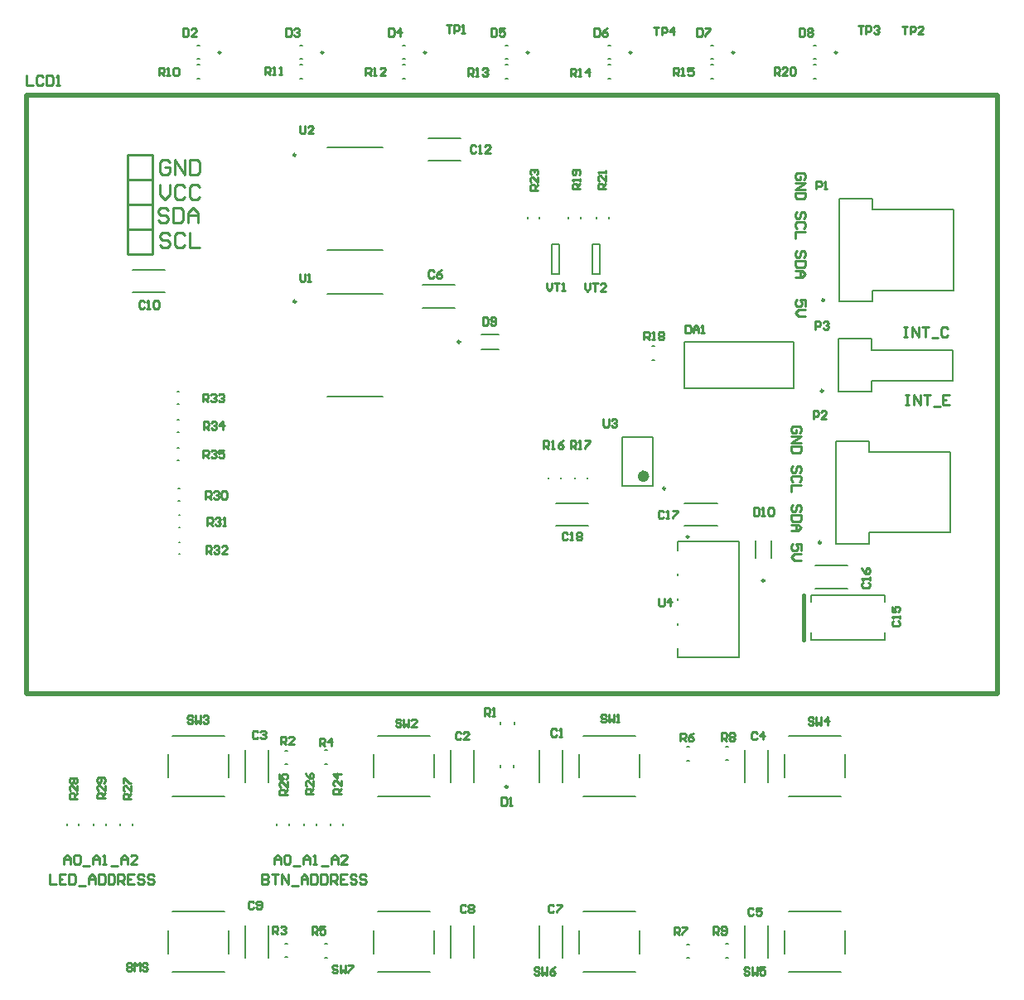
<source format=gbr>
%TF.GenerationSoftware,Altium Limited,Altium Designer,21.6.4 (81)*%
G04 Layer_Color=65535*
%FSLAX43Y43*%
%MOMM*%
%TF.SameCoordinates,6460C9BA-4ACB-47D4-91E6-0B69D92CFE26*%
%TF.FilePolarity,Positive*%
%TF.FileFunction,Legend,Top*%
%TF.Part,Single*%
G01*
G75*
%TA.AperFunction,NonConductor*%
%ADD41C,0.200*%
%ADD42C,0.254*%
%ADD44C,0.250*%
%ADD45C,0.600*%
%ADD46C,0.508*%
%ADD47C,0.400*%
D41*
X51175Y21875D02*
Y22125D01*
X49825Y21875D02*
Y22125D01*
X56800Y77977D02*
Y78123D01*
X58050Y77977D02*
Y78123D01*
X47950Y64575D02*
X49700D01*
X47950Y66175D02*
X49700D01*
X77525Y43275D02*
Y45025D01*
X75925Y43275D02*
Y45025D01*
X65375Y63550D02*
X65625D01*
X65375Y64950D02*
X65625D01*
X79825Y60595D02*
Y65395D01*
X68625Y60595D02*
X79825D01*
X68625D02*
Y65395D01*
X79825D01*
X87775Y64565D02*
X96050D01*
X87775Y61385D02*
X96050D01*
X87775Y64565D02*
Y65685D01*
Y60265D02*
Y61385D01*
X96050D02*
Y64565D01*
X84400Y60265D02*
X87775D01*
X84400D02*
Y65685D01*
X87775D01*
X87550Y54130D02*
X95825D01*
X87550Y45870D02*
X95825D01*
X87550Y54130D02*
Y55250D01*
Y44750D02*
Y45870D01*
X95825D02*
Y54130D01*
X84175Y44750D02*
X87550D01*
X84175D02*
Y55250D01*
X87550D01*
X87875Y78905D02*
X96150D01*
X87875Y70645D02*
X96150D01*
X87875Y78905D02*
Y80025D01*
Y69525D02*
Y70645D01*
X96150D02*
Y78905D01*
X84500Y69525D02*
X87875D01*
X84500D02*
Y80025D01*
X87875D01*
X59250Y72300D02*
Y75400D01*
X60050D01*
X59250Y72300D02*
X60050D01*
Y75400D01*
X16977Y43675D02*
X17123D01*
X16977Y44925D02*
X17123D01*
X16977Y46400D02*
X17122D01*
X16977Y47650D02*
X17122D01*
X16952Y49100D02*
X17098D01*
X16952Y50350D02*
X17098D01*
X16877Y60250D02*
X17023D01*
X16877Y59000D02*
X17023D01*
X16827Y54550D02*
X16973D01*
X16827Y53300D02*
X16973D01*
X16827Y57400D02*
X16973D01*
X16827Y56150D02*
X16973D01*
X65475Y50635D02*
Y55635D01*
X62275Y50635D02*
Y55635D01*
Y50635D02*
X65475D01*
X62275Y55635D02*
X65475D01*
X67975Y44965D02*
X74225D01*
X67975Y33115D02*
Y34080D01*
Y36380D02*
Y36620D01*
Y38920D02*
Y39160D01*
Y41460D02*
Y41700D01*
Y44000D02*
Y44965D01*
Y33115D02*
X74225D01*
Y44965D01*
X47178Y20347D02*
Y23653D01*
X44822Y20347D02*
Y23653D01*
X23822Y2347D02*
Y5653D01*
X26178Y2347D02*
Y5653D01*
X16350Y7100D02*
X21650D01*
X15900Y2800D02*
Y5200D01*
X22100Y2800D02*
Y5200D01*
X16350Y900D02*
X21650D01*
X26178Y20347D02*
Y23653D01*
X23822Y20347D02*
Y23653D01*
X31875Y22200D02*
X32125D01*
X31875Y23600D02*
X32125D01*
X27875Y23575D02*
X28125D01*
X27875Y22175D02*
X28125D01*
X56178Y20347D02*
Y23653D01*
X53822Y20347D02*
Y23653D01*
X27875Y3850D02*
X28125D01*
X27875Y2450D02*
X28125D01*
X31875Y2400D02*
X32125D01*
X31875Y3800D02*
X32125D01*
X44822Y2347D02*
Y5653D01*
X47178Y2347D02*
Y5653D01*
X53822Y2347D02*
Y5653D01*
X56178Y2347D02*
Y5653D01*
X77178Y20347D02*
Y23653D01*
X74822Y20347D02*
Y23653D01*
X72875Y22600D02*
X73125D01*
X72875Y24000D02*
X73125D01*
X68875Y23950D02*
X69125D01*
X68875Y22550D02*
X69125D01*
X74822Y2347D02*
Y5653D01*
X77178Y2347D02*
Y5653D01*
X72875Y2400D02*
X73125D01*
X72875Y3800D02*
X73125D01*
X68875Y3750D02*
X69125D01*
X68875Y2350D02*
X69125D01*
X55571Y46547D02*
X58877D01*
X55571Y48903D02*
X58877D01*
X68697D02*
X72003D01*
X68697Y46547D02*
X72003D01*
X49900Y26275D02*
Y26525D01*
X51300Y26275D02*
Y26525D01*
X82071Y42503D02*
X85377D01*
X82071Y40147D02*
X85377D01*
X57500Y51377D02*
Y51523D01*
X58750Y51377D02*
Y51523D01*
X54750Y51377D02*
Y51523D01*
X56000Y51377D02*
Y51523D01*
X89175Y34900D02*
Y35625D01*
X81575Y34900D02*
Y35625D01*
X89175Y38775D02*
Y39500D01*
X81575Y38775D02*
Y39500D01*
Y34900D02*
X89175D01*
X81575Y39500D02*
X89175D01*
X52625Y78027D02*
Y78173D01*
X53875Y78027D02*
Y78173D01*
X60925Y77977D02*
Y78123D01*
X59675Y77977D02*
Y78123D01*
X55075Y72300D02*
Y75400D01*
X55875D01*
X55075Y72300D02*
X55875D01*
Y75400D01*
X12297Y70422D02*
X15603D01*
X12297Y72778D02*
X15603D01*
X42497Y86228D02*
X45803D01*
X42497Y83872D02*
X45803D01*
X41872Y71203D02*
X45178D01*
X41872Y68847D02*
X45178D01*
X12250Y15927D02*
Y16073D01*
X11000Y15927D02*
Y16073D01*
X6800Y15927D02*
Y16073D01*
X5550Y15927D02*
Y16073D01*
X9525Y15927D02*
Y16073D01*
X8275Y15927D02*
Y16073D01*
X31025Y15927D02*
Y16073D01*
X29775Y15927D02*
Y16073D01*
X33750Y15927D02*
Y16073D01*
X32500Y15927D02*
Y16073D01*
X28275Y15927D02*
Y16073D01*
X27025Y15927D02*
Y16073D01*
X32175Y85250D02*
X37825D01*
X32175Y74750D02*
X37825D01*
X39875Y93700D02*
X40125D01*
X39875Y92300D02*
X40125D01*
X81875Y93700D02*
X82125D01*
X81875Y92300D02*
X82125D01*
X71375Y93700D02*
X71625D01*
X71375Y92300D02*
X71625D01*
X60875Y93700D02*
X61125D01*
X60875Y92300D02*
X61125D01*
X18875Y93700D02*
X19125D01*
X18875Y92300D02*
X19125D01*
X29375Y93700D02*
X29625D01*
X29375Y92300D02*
X29625D01*
X50375Y93700D02*
X50625D01*
X50375Y92300D02*
X50625D01*
X32175Y70250D02*
X37825D01*
X32175Y59750D02*
X37825D01*
X79350Y900D02*
X84650D01*
X85100Y2800D02*
Y5200D01*
X78900Y2800D02*
Y5200D01*
X79350Y7100D02*
X84650D01*
X37350Y900D02*
X42650D01*
X43100Y2800D02*
Y5200D01*
X36900Y2800D02*
Y5200D01*
X37350Y7100D02*
X42650D01*
X58350Y900D02*
X63650D01*
X64100Y2800D02*
Y5200D01*
X57900Y2800D02*
Y5200D01*
X58350Y7100D02*
X63650D01*
X79350Y25100D02*
X84650D01*
X78900Y20800D02*
Y23200D01*
X85100Y20800D02*
Y23200D01*
X79350Y18900D02*
X84650D01*
X58350Y25100D02*
X63650D01*
X57900Y20800D02*
Y23200D01*
X64100Y20800D02*
Y23200D01*
X58350Y18900D02*
X63650D01*
X37350Y25100D02*
X42650D01*
X36900Y20800D02*
Y23200D01*
X43100Y20800D02*
Y23200D01*
X37350Y18900D02*
X42650D01*
X16350Y25100D02*
X21650D01*
X15900Y20800D02*
Y23200D01*
X22100Y20800D02*
Y23200D01*
X16350Y18900D02*
X21650D01*
X39875Y95675D02*
X40125D01*
X39875Y94325D02*
X40125D01*
X18875Y95675D02*
X19125D01*
X18875Y94325D02*
X19125D01*
X81875Y95675D02*
X82125D01*
X81875Y94325D02*
X82125D01*
X50375Y95675D02*
X50625D01*
X50375Y94325D02*
X50625D01*
X60875Y95675D02*
X61125D01*
X60875Y94325D02*
X61125D01*
X29375Y95675D02*
X29625D01*
X29375Y94325D02*
X29625D01*
X71375Y95675D02*
X71625D01*
X71375Y94325D02*
X71625D01*
D42*
X11757Y79431D02*
Y81971D01*
X14297Y79431D02*
Y81971D01*
X11757D02*
X14297D01*
X11757Y79431D02*
X14297D01*
X11757Y81971D02*
Y84511D01*
X14297Y81971D02*
Y84511D01*
X11757D02*
X14297D01*
X11757Y81971D02*
X14297D01*
X11757Y74351D02*
Y76891D01*
X14297Y74351D02*
Y76891D01*
X11757D02*
X14297D01*
X11757Y74351D02*
X14297D01*
X11757Y76891D02*
Y79431D01*
X14297Y76891D02*
Y79431D01*
X11757D02*
X14297D01*
X11757Y76891D02*
X14297D01*
X15948Y78796D02*
X15694Y79050D01*
X15186D01*
X14932Y78796D01*
Y78542D01*
X15186Y78288D01*
X15694D01*
X15948Y78034D01*
Y77780D01*
X15694Y77526D01*
X15186D01*
X14932Y77780D01*
X16456Y79050D02*
Y77526D01*
X17217D01*
X17471Y77780D01*
Y78796D01*
X17217Y79050D01*
X16456D01*
X17979Y77526D02*
Y78542D01*
X18487Y79050D01*
X18995Y78542D01*
Y77526D01*
Y78288D01*
X17979D01*
X15059Y81463D02*
Y80447D01*
X15567Y79939D01*
X16075Y80447D01*
Y81463D01*
X17598Y81209D02*
X17344Y81463D01*
X16836D01*
X16583Y81209D01*
Y80193D01*
X16836Y79939D01*
X17344D01*
X17598Y80193D01*
X19122Y81209D02*
X18868Y81463D01*
X18360D01*
X18106Y81209D01*
Y80193D01*
X18360Y79939D01*
X18868D01*
X19122Y80193D01*
X16075Y83749D02*
X15821Y84003D01*
X15313D01*
X15059Y83749D01*
Y82733D01*
X15313Y82479D01*
X15821D01*
X16075Y82733D01*
Y83241D01*
X15567D01*
X16583Y82479D02*
Y84003D01*
X17598Y82479D01*
Y84003D01*
X18106D02*
Y82479D01*
X18868D01*
X19122Y82733D01*
Y83749D01*
X18868Y84003D01*
X18106D01*
X16075Y76256D02*
X15821Y76510D01*
X15313D01*
X15059Y76256D01*
Y76002D01*
X15313Y75748D01*
X15821D01*
X16075Y75494D01*
Y75240D01*
X15821Y74986D01*
X15313D01*
X15059Y75240D01*
X17598Y76256D02*
X17344Y76510D01*
X16836D01*
X16583Y76256D01*
Y75240D01*
X16836Y74986D01*
X17344D01*
X17598Y75240D01*
X18106Y76510D02*
Y74986D01*
X19122D01*
X91104Y66920D02*
X91437D01*
X91271D01*
Y65921D01*
X91104D01*
X91437D01*
X91937D02*
Y66920D01*
X92604Y65921D01*
Y66920D01*
X92937D02*
X93603D01*
X93270D01*
Y65921D01*
X93936Y65754D02*
X94603D01*
X95603Y66754D02*
X95436Y66920D01*
X95103D01*
X94936Y66754D01*
Y66087D01*
X95103Y65921D01*
X95436D01*
X95603Y66087D01*
X91279Y59970D02*
X91612D01*
X91446D01*
Y58971D01*
X91279D01*
X91612D01*
X92112D02*
Y59970D01*
X92779Y58971D01*
Y59970D01*
X93112D02*
X93778D01*
X93445D01*
Y58971D01*
X94111Y58804D02*
X94778D01*
X95778Y59970D02*
X95111D01*
Y58971D01*
X95778D01*
X95111Y59470D02*
X95444D01*
X80837Y81980D02*
X81004Y82146D01*
Y82479D01*
X80837Y82646D01*
X80171D01*
X80004Y82479D01*
Y82146D01*
X80171Y81980D01*
X80504D01*
Y82313D01*
X80004Y81646D02*
X81004D01*
X80004Y80980D01*
X81004D01*
Y80647D02*
X80004D01*
Y80147D01*
X80171Y79980D01*
X80837D01*
X81004Y80147D01*
Y80647D01*
X80837Y77981D02*
X81004Y78147D01*
Y78481D01*
X80837Y78647D01*
X80670D01*
X80504Y78481D01*
Y78147D01*
X80337Y77981D01*
X80171D01*
X80004Y78147D01*
Y78481D01*
X80171Y78647D01*
X80837Y76981D02*
X81004Y77148D01*
Y77481D01*
X80837Y77648D01*
X80171D01*
X80004Y77481D01*
Y77148D01*
X80171Y76981D01*
X81004Y76648D02*
X80004D01*
Y75981D01*
X80837Y73982D02*
X81004Y74149D01*
Y74482D01*
X80837Y74649D01*
X80670D01*
X80504Y74482D01*
Y74149D01*
X80337Y73982D01*
X80171D01*
X80004Y74149D01*
Y74482D01*
X80171Y74649D01*
X81004Y73649D02*
X80004D01*
Y73149D01*
X80171Y72982D01*
X80837D01*
X81004Y73149D01*
Y73649D01*
X80004Y72649D02*
X80670D01*
X81004Y72316D01*
X80670Y71983D01*
X80004D01*
X80504D01*
Y72649D01*
X81004Y68984D02*
Y69650D01*
X80504D01*
X80670Y69317D01*
Y69150D01*
X80504Y68984D01*
X80171D01*
X80004Y69150D01*
Y69484D01*
X80171Y69650D01*
X81004Y68651D02*
X80337D01*
X80004Y68317D01*
X80337Y67984D01*
X81004D01*
X80437Y56030D02*
X80604Y56196D01*
Y56529D01*
X80437Y56696D01*
X79771D01*
X79604Y56529D01*
Y56196D01*
X79771Y56030D01*
X80104D01*
Y56363D01*
X79604Y55696D02*
X80604D01*
X79604Y55030D01*
X80604D01*
Y54697D02*
X79604D01*
Y54197D01*
X79771Y54030D01*
X80437D01*
X80604Y54197D01*
Y54697D01*
X80437Y52031D02*
X80604Y52197D01*
Y52531D01*
X80437Y52697D01*
X80270D01*
X80104Y52531D01*
Y52197D01*
X79937Y52031D01*
X79771D01*
X79604Y52197D01*
Y52531D01*
X79771Y52697D01*
X80437Y51031D02*
X80604Y51198D01*
Y51531D01*
X80437Y51698D01*
X79771D01*
X79604Y51531D01*
Y51198D01*
X79771Y51031D01*
X80604Y50698D02*
X79604D01*
Y50031D01*
X80437Y48032D02*
X80604Y48199D01*
Y48532D01*
X80437Y48699D01*
X80270D01*
X80104Y48532D01*
Y48199D01*
X79937Y48032D01*
X79771D01*
X79604Y48199D01*
Y48532D01*
X79771Y48699D01*
X80604Y47699D02*
X79604D01*
Y47199D01*
X79771Y47032D01*
X80437D01*
X80604Y47199D01*
Y47699D01*
X79604Y46699D02*
X80270D01*
X80604Y46366D01*
X80270Y46033D01*
X79604D01*
X80104D01*
Y46699D01*
X80604Y44033D02*
Y44700D01*
X80104D01*
X80270Y44367D01*
Y44200D01*
X80104Y44033D01*
X79771D01*
X79604Y44200D01*
Y44533D01*
X79771Y44700D01*
X80604Y43700D02*
X79937D01*
X79604Y43367D01*
X79937Y43034D01*
X80604D01*
X5229Y11921D02*
Y12587D01*
X5562Y12920D01*
X5895Y12587D01*
Y11921D01*
Y12420D01*
X5229D01*
X6229Y12754D02*
X6395Y12920D01*
X6729D01*
X6895Y12754D01*
Y12087D01*
X6729Y11921D01*
X6395D01*
X6229Y12087D01*
Y12754D01*
X7228Y11754D02*
X7895D01*
X8228Y11921D02*
Y12587D01*
X8561Y12920D01*
X8894Y12587D01*
Y11921D01*
Y12420D01*
X8228D01*
X9228Y11921D02*
X9561D01*
X9394D01*
Y12920D01*
X9228Y12754D01*
X10061Y11754D02*
X10727D01*
X11060Y11921D02*
Y12587D01*
X11394Y12920D01*
X11727Y12587D01*
Y11921D01*
Y12420D01*
X11060D01*
X12727Y11921D02*
X12060D01*
X12727Y12587D01*
Y12754D01*
X12560Y12920D01*
X12227D01*
X12060Y12754D01*
X3779Y10920D02*
Y9921D01*
X4445D01*
X5445Y10920D02*
X4779D01*
Y9921D01*
X5445D01*
X4779Y10420D02*
X5112D01*
X5778Y10920D02*
Y9921D01*
X6278D01*
X6445Y10087D01*
Y10754D01*
X6278Y10920D01*
X5778D01*
X6778Y9754D02*
X7444D01*
X7778Y9921D02*
Y10587D01*
X8111Y10920D01*
X8444Y10587D01*
Y9921D01*
Y10420D01*
X7778D01*
X8777Y10920D02*
Y9921D01*
X9277D01*
X9444Y10087D01*
Y10754D01*
X9277Y10920D01*
X8777D01*
X9777D02*
Y9921D01*
X10277D01*
X10444Y10087D01*
Y10754D01*
X10277Y10920D01*
X9777D01*
X10777Y9921D02*
Y10920D01*
X11277D01*
X11443Y10754D01*
Y10420D01*
X11277Y10254D01*
X10777D01*
X11110D02*
X11443Y9921D01*
X12443Y10920D02*
X11776D01*
Y9921D01*
X12443D01*
X11776Y10420D02*
X12110D01*
X13443Y10754D02*
X13276Y10920D01*
X12943D01*
X12776Y10754D01*
Y10587D01*
X12943Y10420D01*
X13276D01*
X13443Y10254D01*
Y10087D01*
X13276Y9921D01*
X12943D01*
X12776Y10087D01*
X14442Y10754D02*
X14276Y10920D01*
X13942D01*
X13776Y10754D01*
Y10587D01*
X13942Y10420D01*
X14276D01*
X14442Y10254D01*
Y10087D01*
X14276Y9921D01*
X13942D01*
X13776Y10087D01*
X25504Y10920D02*
Y9921D01*
X26004D01*
X26170Y10087D01*
Y10254D01*
X26004Y10420D01*
X25504D01*
X26004D01*
X26170Y10587D01*
Y10754D01*
X26004Y10920D01*
X25504D01*
X26504D02*
X27170D01*
X26837D01*
Y9921D01*
X27503D02*
Y10920D01*
X28170Y9921D01*
Y10920D01*
X28503Y9754D02*
X29169D01*
X29503Y9921D02*
Y10587D01*
X29836Y10920D01*
X30169Y10587D01*
Y9921D01*
Y10420D01*
X29503D01*
X30502Y10920D02*
Y9921D01*
X31002D01*
X31169Y10087D01*
Y10754D01*
X31002Y10920D01*
X30502D01*
X31502D02*
Y9921D01*
X32002D01*
X32169Y10087D01*
Y10754D01*
X32002Y10920D01*
X31502D01*
X32502Y9921D02*
Y10920D01*
X33002D01*
X33168Y10754D01*
Y10420D01*
X33002Y10254D01*
X32502D01*
X32835D02*
X33168Y9921D01*
X34168Y10920D02*
X33501D01*
Y9921D01*
X34168D01*
X33501Y10420D02*
X33835D01*
X35168Y10754D02*
X35001Y10920D01*
X34668D01*
X34501Y10754D01*
Y10587D01*
X34668Y10420D01*
X35001D01*
X35168Y10254D01*
Y10087D01*
X35001Y9921D01*
X34668D01*
X34501Y10087D01*
X36167Y10754D02*
X36001Y10920D01*
X35667D01*
X35501Y10754D01*
Y10587D01*
X35667Y10420D01*
X36001D01*
X36167Y10254D01*
Y10087D01*
X36001Y9921D01*
X35667D01*
X35501Y10087D01*
X26729Y11921D02*
Y12587D01*
X27062Y12920D01*
X27395Y12587D01*
Y11921D01*
Y12420D01*
X26729D01*
X27729Y12754D02*
X27895Y12920D01*
X28229D01*
X28395Y12754D01*
Y12087D01*
X28229Y11921D01*
X27895D01*
X27729Y12087D01*
Y12754D01*
X28728Y11754D02*
X29395D01*
X29728Y11921D02*
Y12587D01*
X30061Y12920D01*
X30394Y12587D01*
Y11921D01*
Y12420D01*
X29728D01*
X30728Y11921D02*
X31061D01*
X30894D01*
Y12920D01*
X30728Y12754D01*
X31561Y11754D02*
X32227D01*
X32560Y11921D02*
Y12587D01*
X32894Y12920D01*
X33227Y12587D01*
Y11921D01*
Y12420D01*
X32560D01*
X34227Y11921D02*
X33560D01*
X34227Y12587D01*
Y12754D01*
X34060Y12920D01*
X33727D01*
X33560Y12754D01*
X65532Y97548D02*
X66065D01*
X65799D01*
Y96749D01*
X66332D02*
Y97548D01*
X66732D01*
X66865Y97415D01*
Y97148D01*
X66732Y97015D01*
X66332D01*
X67531Y96749D02*
Y97548D01*
X67131Y97148D01*
X67665D01*
X58000Y81000D02*
X57200D01*
Y81400D01*
X57333Y81533D01*
X57600D01*
X57733Y81400D01*
Y81000D01*
Y81267D02*
X58000Y81533D01*
Y81800D02*
Y82067D01*
Y81933D01*
X57200D01*
X57333Y81800D01*
X57867Y82467D02*
X58000Y82600D01*
Y82866D01*
X57867Y83000D01*
X57333D01*
X57200Y82866D01*
Y82600D01*
X57333Y82467D01*
X57467D01*
X57600Y82600D01*
Y83000D01*
X75768Y48399D02*
Y47600D01*
X76168D01*
X76301Y47733D01*
Y48266D01*
X76168Y48399D01*
X75768D01*
X76568Y47600D02*
X76835D01*
X76701D01*
Y48399D01*
X76568Y48266D01*
X77234D02*
X77368Y48399D01*
X77634D01*
X77768Y48266D01*
Y47733D01*
X77634Y47600D01*
X77368D01*
X77234Y47733D01*
Y48266D01*
X48059Y67900D02*
Y67100D01*
X48458D01*
X48592Y67233D01*
Y67767D01*
X48458Y67900D01*
X48059D01*
X48858Y67233D02*
X48992Y67100D01*
X49258D01*
X49391Y67233D01*
Y67767D01*
X49258Y67900D01*
X48992D01*
X48858Y67767D01*
Y67633D01*
X48992Y67500D01*
X49391D01*
X1473Y92617D02*
Y91618D01*
X2140D01*
X3139Y92451D02*
X2973Y92617D01*
X2639D01*
X2473Y92451D01*
Y91784D01*
X2639Y91618D01*
X2973D01*
X3139Y91784D01*
X3473Y92617D02*
Y91618D01*
X3972D01*
X4139Y91784D01*
Y92451D01*
X3972Y92617D01*
X3473D01*
X4472Y91618D02*
X4805D01*
X4639D01*
Y92617D01*
X4472Y92451D01*
X82042Y66675D02*
Y67475D01*
X82442D01*
X82575Y67341D01*
Y67075D01*
X82442Y66942D01*
X82042D01*
X82842Y67341D02*
X82975Y67475D01*
X83242D01*
X83375Y67341D01*
Y67208D01*
X83242Y67075D01*
X83108D01*
X83242D01*
X83375Y66942D01*
Y66808D01*
X83242Y66675D01*
X82975D01*
X82842Y66808D01*
X68783Y67068D02*
Y66269D01*
X69183D01*
X69316Y66402D01*
Y66935D01*
X69183Y67068D01*
X68783D01*
X69583Y66269D02*
Y66802D01*
X69850Y67068D01*
X70116Y66802D01*
Y66269D01*
Y66668D01*
X69583D01*
X70383Y66269D02*
X70649D01*
X70516D01*
Y67068D01*
X70383Y66935D01*
X19484Y53500D02*
Y54300D01*
X19884D01*
X20017Y54167D01*
Y53900D01*
X19884Y53767D01*
X19484D01*
X19750D02*
X20017Y53500D01*
X20283Y54167D02*
X20417Y54300D01*
X20683D01*
X20817Y54167D01*
Y54033D01*
X20683Y53900D01*
X20550D01*
X20683D01*
X20817Y53767D01*
Y53633D01*
X20683Y53500D01*
X20417D01*
X20283Y53633D01*
X21616Y54300D02*
X21083D01*
Y53900D01*
X21350Y54033D01*
X21483D01*
X21616Y53900D01*
Y53633D01*
X21483Y53500D01*
X21216D01*
X21083Y53633D01*
X19509Y56425D02*
Y57225D01*
X19909D01*
X20042Y57092D01*
Y56825D01*
X19909Y56692D01*
X19509D01*
X19775D02*
X20042Y56425D01*
X20308Y57092D02*
X20442Y57225D01*
X20708D01*
X20842Y57092D01*
Y56958D01*
X20708Y56825D01*
X20575D01*
X20708D01*
X20842Y56692D01*
Y56558D01*
X20708Y56425D01*
X20442D01*
X20308Y56558D01*
X21508Y56425D02*
Y57225D01*
X21108Y56825D01*
X21641D01*
X19459Y59250D02*
Y60050D01*
X19859D01*
X19992Y59917D01*
Y59650D01*
X19859Y59517D01*
X19459D01*
X19725D02*
X19992Y59250D01*
X20258Y59917D02*
X20392Y60050D01*
X20658D01*
X20792Y59917D01*
Y59783D01*
X20658Y59650D01*
X20525D01*
X20658D01*
X20792Y59517D01*
Y59383D01*
X20658Y59250D01*
X20392D01*
X20258Y59383D01*
X21058Y59917D02*
X21191Y60050D01*
X21458D01*
X21591Y59917D01*
Y59783D01*
X21458Y59650D01*
X21325D01*
X21458D01*
X21591Y59517D01*
Y59383D01*
X21458Y59250D01*
X21191D01*
X21058Y59383D01*
X19784Y43725D02*
Y44525D01*
X20184D01*
X20317Y44392D01*
Y44125D01*
X20184Y43992D01*
X19784D01*
X20050D02*
X20317Y43725D01*
X20583Y44392D02*
X20717Y44525D01*
X20983D01*
X21117Y44392D01*
Y44258D01*
X20983Y44125D01*
X20850D01*
X20983D01*
X21117Y43992D01*
Y43858D01*
X20983Y43725D01*
X20717D01*
X20583Y43858D01*
X21916Y43725D02*
X21383D01*
X21916Y44258D01*
Y44392D01*
X21783Y44525D01*
X21516D01*
X21383Y44392D01*
X19917Y46600D02*
Y47400D01*
X20317D01*
X20450Y47267D01*
Y47000D01*
X20317Y46867D01*
X19917D01*
X20184D02*
X20450Y46600D01*
X20717Y47267D02*
X20850Y47400D01*
X21117D01*
X21250Y47267D01*
Y47133D01*
X21117Y47000D01*
X20983D01*
X21117D01*
X21250Y46867D01*
Y46733D01*
X21117Y46600D01*
X20850D01*
X20717Y46733D01*
X21516Y46600D02*
X21783D01*
X21650D01*
Y47400D01*
X21516Y47267D01*
X19759Y49300D02*
Y50100D01*
X20159D01*
X20292Y49967D01*
Y49700D01*
X20159Y49567D01*
X19759D01*
X20025D02*
X20292Y49300D01*
X20558Y49967D02*
X20692Y50100D01*
X20958D01*
X21092Y49967D01*
Y49833D01*
X20958Y49700D01*
X20825D01*
X20958D01*
X21092Y49567D01*
Y49433D01*
X20958Y49300D01*
X20692D01*
X20558Y49433D01*
X21358Y49967D02*
X21491Y50100D01*
X21758D01*
X21891Y49967D01*
Y49433D01*
X21758Y49300D01*
X21491D01*
X21358Y49433D01*
Y49967D01*
X66059Y39150D02*
Y38483D01*
X66192Y38350D01*
X66458D01*
X66592Y38483D01*
Y39150D01*
X67258Y38350D02*
Y39150D01*
X66858Y38750D01*
X67391D01*
X56708Y45767D02*
X56575Y45900D01*
X56309D01*
X56175Y45767D01*
Y45233D01*
X56309Y45100D01*
X56575D01*
X56708Y45233D01*
X56975Y45100D02*
X57242D01*
X57108D01*
Y45900D01*
X56975Y45767D01*
X57642D02*
X57775Y45900D01*
X58041D01*
X58175Y45767D01*
Y45633D01*
X58041Y45500D01*
X58175Y45367D01*
Y45233D01*
X58041Y45100D01*
X57775D01*
X57642Y45233D01*
Y45367D01*
X57775Y45500D01*
X57642Y45633D01*
Y45767D01*
X57775Y45500D02*
X58041D01*
X66534Y47992D02*
X66401Y48125D01*
X66134D01*
X66001Y47992D01*
Y47458D01*
X66134Y47325D01*
X66401D01*
X66534Y47458D01*
X66801Y47325D02*
X67067D01*
X66934D01*
Y48125D01*
X66801Y47992D01*
X67467Y48125D02*
X68000D01*
Y47992D01*
X67467Y47458D01*
Y47325D01*
X9450Y18683D02*
X8650D01*
Y19083D01*
X8783Y19216D01*
X9050D01*
X9183Y19083D01*
Y18683D01*
Y18949D02*
X9450Y19216D01*
Y20016D02*
Y19482D01*
X8917Y20016D01*
X8783D01*
X8650Y19882D01*
Y19616D01*
X8783Y19482D01*
X9317Y20282D02*
X9450Y20415D01*
Y20682D01*
X9317Y20815D01*
X8783D01*
X8650Y20682D01*
Y20415D01*
X8783Y20282D01*
X8917D01*
X9050Y20415D01*
Y20815D01*
X6625Y18659D02*
X5825D01*
Y19059D01*
X5958Y19192D01*
X6225D01*
X6358Y19059D01*
Y18659D01*
Y18925D02*
X6625Y19192D01*
Y19992D02*
Y19458D01*
X6092Y19992D01*
X5958D01*
X5825Y19858D01*
Y19592D01*
X5958Y19458D01*
Y20258D02*
X5825Y20391D01*
Y20658D01*
X5958Y20791D01*
X6092D01*
X6225Y20658D01*
X6358Y20791D01*
X6492D01*
X6625Y20658D01*
Y20391D01*
X6492Y20258D01*
X6358D01*
X6225Y20391D01*
X6092Y20258D01*
X5958D01*
X6225Y20391D02*
Y20658D01*
X12100Y18634D02*
X11300D01*
Y19034D01*
X11433Y19167D01*
X11700D01*
X11833Y19034D01*
Y18634D01*
Y18900D02*
X12100Y19167D01*
Y19967D02*
Y19433D01*
X11567Y19967D01*
X11433D01*
X11300Y19833D01*
Y19567D01*
X11433Y19433D01*
X11300Y20233D02*
Y20766D01*
X11433D01*
X11967Y20233D01*
X12100D01*
X30750Y19134D02*
X29950D01*
Y19534D01*
X30083Y19667D01*
X30350D01*
X30483Y19534D01*
Y19134D01*
Y19400D02*
X30750Y19667D01*
Y20467D02*
Y19933D01*
X30217Y20467D01*
X30083D01*
X29950Y20333D01*
Y20067D01*
X30083Y19933D01*
X29950Y21266D02*
X30083Y21000D01*
X30350Y20733D01*
X30617D01*
X30750Y20866D01*
Y21133D01*
X30617Y21266D01*
X30483D01*
X30350Y21133D01*
Y20733D01*
X28075Y19059D02*
X27275D01*
Y19459D01*
X27408Y19592D01*
X27675D01*
X27808Y19459D01*
Y19059D01*
Y19325D02*
X28075Y19592D01*
Y20392D02*
Y19858D01*
X27542Y20392D01*
X27408D01*
X27275Y20258D01*
Y19992D01*
X27408Y19858D01*
X27275Y21191D02*
Y20658D01*
X27675D01*
X27542Y20925D01*
Y21058D01*
X27675Y21191D01*
X27942D01*
X28075Y21058D01*
Y20791D01*
X27942Y20658D01*
X33600Y19159D02*
X32800D01*
Y19559D01*
X32933Y19692D01*
X33200D01*
X33333Y19559D01*
Y19159D01*
Y19425D02*
X33600Y19692D01*
Y20492D02*
Y19958D01*
X33067Y20492D01*
X32933D01*
X32800Y20358D01*
Y20092D01*
X32933Y19958D01*
X33600Y21158D02*
X32800D01*
X33200Y20758D01*
Y21291D01*
X58484Y71375D02*
Y70842D01*
X58750Y70575D01*
X59017Y70842D01*
Y71375D01*
X59283D02*
X59817D01*
X59550D01*
Y70575D01*
X60616D02*
X60083D01*
X60616Y71108D01*
Y71242D01*
X60483Y71375D01*
X60216D01*
X60083Y71242D01*
X60401Y57467D02*
Y56801D01*
X60534Y56667D01*
X60801D01*
X60934Y56801D01*
Y57467D01*
X61201Y57334D02*
X61334Y57467D01*
X61601D01*
X61734Y57334D01*
Y57201D01*
X61601Y57067D01*
X61468D01*
X61601D01*
X61734Y56934D01*
Y56801D01*
X61601Y56667D01*
X61334D01*
X61201Y56801D01*
X29384Y87475D02*
Y86808D01*
X29517Y86675D01*
X29783D01*
X29917Y86808D01*
Y87475D01*
X30716Y86675D02*
X30183D01*
X30716Y87208D01*
Y87342D01*
X30583Y87475D01*
X30317D01*
X30183Y87342D01*
X29367Y72350D02*
Y71683D01*
X29500Y71550D01*
X29767D01*
X29900Y71683D01*
Y72350D01*
X30167Y71550D02*
X30433D01*
X30300D01*
Y72350D01*
X30167Y72217D01*
X77859Y92650D02*
Y93450D01*
X78259D01*
X78392Y93317D01*
Y93050D01*
X78259Y92917D01*
X77859D01*
X78125D02*
X78392Y92650D01*
X79192D02*
X78658D01*
X79192Y93183D01*
Y93317D01*
X79058Y93450D01*
X78792D01*
X78658Y93317D01*
X79458D02*
X79591Y93450D01*
X79858D01*
X79991Y93317D01*
Y92783D01*
X79858Y92650D01*
X79591D01*
X79458Y92783D01*
Y93317D01*
X67550Y92625D02*
Y93425D01*
X67950D01*
X68083Y93292D01*
Y93025D01*
X67950Y92892D01*
X67550D01*
X67817D02*
X68083Y92625D01*
X68350D02*
X68617D01*
X68483D01*
Y93425D01*
X68350Y93292D01*
X69550Y93425D02*
X69017D01*
Y93025D01*
X69283Y93158D01*
X69416D01*
X69550Y93025D01*
Y92758D01*
X69416Y92625D01*
X69150D01*
X69017Y92758D01*
X57025Y92550D02*
Y93350D01*
X57425D01*
X57558Y93217D01*
Y92950D01*
X57425Y92817D01*
X57025D01*
X57292D02*
X57558Y92550D01*
X57825D02*
X58092D01*
X57958D01*
Y93350D01*
X57825Y93217D01*
X58891Y92550D02*
Y93350D01*
X58492Y92950D01*
X59025D01*
X46550Y92575D02*
Y93375D01*
X46950D01*
X47083Y93242D01*
Y92975D01*
X46950Y92842D01*
X46550D01*
X46817D02*
X47083Y92575D01*
X47350D02*
X47617D01*
X47483D01*
Y93375D01*
X47350Y93242D01*
X48017D02*
X48150Y93375D01*
X48416D01*
X48550Y93242D01*
Y93108D01*
X48416Y92975D01*
X48283D01*
X48416D01*
X48550Y92842D01*
Y92708D01*
X48416Y92575D01*
X48150D01*
X48017Y92708D01*
X36100Y92625D02*
Y93425D01*
X36500D01*
X36633Y93292D01*
Y93025D01*
X36500Y92892D01*
X36100D01*
X36367D02*
X36633Y92625D01*
X36900D02*
X37167D01*
X37033D01*
Y93425D01*
X36900Y93292D01*
X38100Y92625D02*
X37567D01*
X38100Y93158D01*
Y93292D01*
X37966Y93425D01*
X37700D01*
X37567Y93292D01*
X25784Y92700D02*
Y93500D01*
X26183D01*
X26317Y93367D01*
Y93100D01*
X26183Y92967D01*
X25784D01*
X26050D02*
X26317Y92700D01*
X26583D02*
X26850D01*
X26717D01*
Y93500D01*
X26583Y93367D01*
X27250Y92700D02*
X27516D01*
X27383D01*
Y93500D01*
X27250Y93367D01*
X14975Y92625D02*
Y93425D01*
X15375D01*
X15508Y93292D01*
Y93025D01*
X15375Y92892D01*
X14975D01*
X15242D02*
X15508Y92625D01*
X15775D02*
X16042D01*
X15908D01*
Y93425D01*
X15775Y93292D01*
X16442D02*
X16575Y93425D01*
X16841D01*
X16975Y93292D01*
Y92758D01*
X16841Y92625D01*
X16575D01*
X16442Y92758D01*
Y93292D01*
X71603Y4775D02*
Y5575D01*
X72002D01*
X72136Y5442D01*
Y5175D01*
X72002Y5042D01*
X71603D01*
X71869D02*
X72136Y4775D01*
X72402Y4908D02*
X72536Y4775D01*
X72802D01*
X72936Y4908D01*
Y5442D01*
X72802Y5575D01*
X72536D01*
X72402Y5442D01*
Y5308D01*
X72536Y5175D01*
X72936D01*
X72459Y24575D02*
Y25375D01*
X72858D01*
X72992Y25242D01*
Y24975D01*
X72858Y24842D01*
X72459D01*
X72725D02*
X72992Y24575D01*
X73258Y25242D02*
X73392Y25375D01*
X73658D01*
X73791Y25242D01*
Y25108D01*
X73658Y24975D01*
X73791Y24842D01*
Y24708D01*
X73658Y24575D01*
X73392D01*
X73258Y24708D01*
Y24842D01*
X73392Y24975D01*
X73258Y25108D01*
Y25242D01*
X73392Y24975D02*
X73658D01*
X67615Y4724D02*
Y5524D01*
X68015D01*
X68148Y5391D01*
Y5124D01*
X68015Y4991D01*
X67615D01*
X67881D02*
X68148Y4724D01*
X68415Y5524D02*
X68948D01*
Y5391D01*
X68415Y4858D01*
Y4724D01*
X68259Y24550D02*
Y25350D01*
X68658D01*
X68792Y25217D01*
Y24950D01*
X68658Y24817D01*
X68259D01*
X68525D02*
X68792Y24550D01*
X69591Y25350D02*
X69325Y25217D01*
X69058Y24950D01*
Y24683D01*
X69192Y24550D01*
X69458D01*
X69591Y24683D01*
Y24817D01*
X69458Y24950D01*
X69058D01*
X30607Y4775D02*
Y5575D01*
X31007D01*
X31140Y5442D01*
Y5175D01*
X31007Y5042D01*
X30607D01*
X30874D02*
X31140Y4775D01*
X31940Y5575D02*
X31407D01*
Y5175D01*
X31673Y5308D01*
X31807D01*
X31940Y5175D01*
Y4908D01*
X31807Y4775D01*
X31540D01*
X31407Y4908D01*
X31384Y24050D02*
Y24850D01*
X31783D01*
X31917Y24717D01*
Y24450D01*
X31783Y24317D01*
X31384D01*
X31650D02*
X31917Y24050D01*
X32583D02*
Y24850D01*
X32183Y24450D01*
X32716D01*
X26594Y4826D02*
Y5626D01*
X26994D01*
X27127Y5492D01*
Y5226D01*
X26994Y5093D01*
X26594D01*
X26860D02*
X27127Y4826D01*
X27394Y5492D02*
X27527Y5626D01*
X27793D01*
X27927Y5492D01*
Y5359D01*
X27793Y5226D01*
X27660D01*
X27793D01*
X27927Y5093D01*
Y4959D01*
X27793Y4826D01*
X27527D01*
X27394Y4959D01*
X27409Y24225D02*
Y25025D01*
X27808D01*
X27942Y24892D01*
Y24625D01*
X27808Y24492D01*
X27409D01*
X27675D02*
X27942Y24225D01*
X28741D02*
X28208D01*
X28741Y24758D01*
Y24892D01*
X28608Y25025D01*
X28342D01*
X28208Y24892D01*
X48242Y27125D02*
Y27925D01*
X48642D01*
X48775Y27792D01*
Y27525D01*
X48642Y27392D01*
X48242D01*
X48508D02*
X48775Y27125D01*
X49042D02*
X49308D01*
X49175D01*
Y27925D01*
X49042Y27792D01*
X86933Y40758D02*
X86799Y40625D01*
Y40359D01*
X86933Y40225D01*
X87466D01*
X87599Y40359D01*
Y40625D01*
X87466Y40758D01*
X87599Y41025D02*
Y41292D01*
Y41158D01*
X86799D01*
X86933Y41025D01*
X86799Y42225D02*
X86933Y41958D01*
X87199Y41692D01*
X87466D01*
X87599Y41825D01*
Y42091D01*
X87466Y42225D01*
X87333D01*
X87199Y42091D01*
Y41692D01*
X90008Y36833D02*
X89875Y36700D01*
Y36434D01*
X90008Y36300D01*
X90542D01*
X90675Y36434D01*
Y36700D01*
X90542Y36833D01*
X90675Y37100D02*
Y37367D01*
Y37233D01*
X89875D01*
X90008Y37100D01*
X89875Y38300D02*
Y37767D01*
X90275D01*
X90142Y38033D01*
Y38166D01*
X90275Y38300D01*
X90542D01*
X90675Y38166D01*
Y37900D01*
X90542Y37767D01*
X47358Y85367D02*
X47225Y85500D01*
X46959D01*
X46825Y85367D01*
Y84833D01*
X46959Y84700D01*
X47225D01*
X47358Y84833D01*
X47625Y84700D02*
X47892D01*
X47758D01*
Y85500D01*
X47625Y85367D01*
X48825Y84700D02*
X48292D01*
X48825Y85233D01*
Y85367D01*
X48691Y85500D01*
X48425D01*
X48292Y85367D01*
X13483Y69467D02*
X13350Y69600D01*
X13084D01*
X12950Y69467D01*
Y68933D01*
X13084Y68800D01*
X13350D01*
X13483Y68933D01*
X13750Y68800D02*
X14017D01*
X13883D01*
Y69600D01*
X13750Y69467D01*
X14417D02*
X14550Y69600D01*
X14816D01*
X14950Y69467D01*
Y68933D01*
X14816Y68800D01*
X14550D01*
X14417Y68933D01*
Y69467D01*
X24642Y8042D02*
X24508Y8175D01*
X24242D01*
X24109Y8042D01*
Y7508D01*
X24242Y7375D01*
X24508D01*
X24642Y7508D01*
X24908D02*
X25042Y7375D01*
X25308D01*
X25441Y7508D01*
Y8042D01*
X25308Y8175D01*
X25042D01*
X24908Y8042D01*
Y7908D01*
X25042Y7775D01*
X25441D01*
X46329Y7677D02*
X46196Y7810D01*
X45929D01*
X45796Y7677D01*
Y7144D01*
X45929Y7010D01*
X46196D01*
X46329Y7144D01*
X46596Y7677D02*
X46729Y7810D01*
X46996D01*
X47129Y7677D01*
Y7544D01*
X46996Y7410D01*
X47129Y7277D01*
Y7144D01*
X46996Y7010D01*
X46729D01*
X46596Y7144D01*
Y7277D01*
X46729Y7410D01*
X46596Y7544D01*
Y7677D01*
X46729Y7410D02*
X46996D01*
X55321Y7677D02*
X55188Y7810D01*
X54921D01*
X54788Y7677D01*
Y7144D01*
X54921Y7010D01*
X55188D01*
X55321Y7144D01*
X55588Y7810D02*
X56121D01*
Y7677D01*
X55588Y7144D01*
Y7010D01*
X43067Y72592D02*
X42933Y72725D01*
X42667D01*
X42534Y72592D01*
Y72058D01*
X42667Y71925D01*
X42933D01*
X43067Y72058D01*
X43866Y72725D02*
X43600Y72592D01*
X43333Y72325D01*
Y72058D01*
X43467Y71925D01*
X43733D01*
X43866Y72058D01*
Y72192D01*
X43733Y72325D01*
X43333D01*
X75717Y7367D02*
X75583Y7500D01*
X75317D01*
X75184Y7367D01*
Y6833D01*
X75317Y6700D01*
X75583D01*
X75717Y6833D01*
X76516Y7500D02*
X75983D01*
Y7100D01*
X76250Y7233D01*
X76383D01*
X76516Y7100D01*
Y6833D01*
X76383Y6700D01*
X76117D01*
X75983Y6833D01*
X76067Y25367D02*
X75933Y25500D01*
X75667D01*
X75534Y25367D01*
Y24833D01*
X75667Y24700D01*
X75933D01*
X76067Y24833D01*
X76733Y24700D02*
Y25500D01*
X76333Y25100D01*
X76866D01*
X25067Y25467D02*
X24933Y25600D01*
X24667D01*
X24534Y25467D01*
Y24933D01*
X24667Y24800D01*
X24933D01*
X25067Y24933D01*
X25333Y25467D02*
X25467Y25600D01*
X25733D01*
X25866Y25467D01*
Y25333D01*
X25733Y25200D01*
X25600D01*
X25733D01*
X25866Y25067D01*
Y24933D01*
X25733Y24800D01*
X25467D01*
X25333Y24933D01*
X45817Y25367D02*
X45683Y25500D01*
X45417D01*
X45284Y25367D01*
Y24833D01*
X45417Y24700D01*
X45683D01*
X45817Y24833D01*
X46616Y24700D02*
X46083D01*
X46616Y25233D01*
Y25367D01*
X46483Y25500D01*
X46217D01*
X46083Y25367D01*
X55600Y25685D02*
X55467Y25819D01*
X55200D01*
X55067Y25685D01*
Y25152D01*
X55200Y25019D01*
X55467D01*
X55600Y25152D01*
X55867Y25019D02*
X56134D01*
X56000D01*
Y25819D01*
X55867Y25685D01*
X54567Y71425D02*
Y70892D01*
X54834Y70625D01*
X55100Y70892D01*
Y71425D01*
X55367D02*
X55900D01*
X55633D01*
Y70625D01*
X56166D02*
X56433D01*
X56300D01*
Y71425D01*
X56166Y71292D01*
X86409Y97675D02*
X86942D01*
X86675D01*
Y96875D01*
X87208D02*
Y97675D01*
X87608D01*
X87742Y97542D01*
Y97275D01*
X87608Y97142D01*
X87208D01*
X88008Y97542D02*
X88141Y97675D01*
X88408D01*
X88541Y97542D01*
Y97408D01*
X88408Y97275D01*
X88275D01*
X88408D01*
X88541Y97142D01*
Y97008D01*
X88408Y96875D01*
X88141D01*
X88008Y97008D01*
X44317Y97775D02*
X44850D01*
X44584D01*
Y96975D01*
X45117D02*
Y97775D01*
X45517D01*
X45650Y97642D01*
Y97375D01*
X45517Y97242D01*
X45117D01*
X45916Y96975D02*
X46183D01*
X46050D01*
Y97775D01*
X45916Y97642D01*
X90934Y97650D02*
X91467D01*
X91200D01*
Y96850D01*
X91733D02*
Y97650D01*
X92133D01*
X92267Y97517D01*
Y97250D01*
X92133Y97117D01*
X91733D01*
X93066Y96850D02*
X92533D01*
X93066Y97383D01*
Y97517D01*
X92933Y97650D01*
X92666D01*
X92533Y97517D01*
X75292Y1292D02*
X75159Y1425D01*
X74892D01*
X74759Y1292D01*
Y1158D01*
X74892Y1025D01*
X75159D01*
X75292Y892D01*
Y758D01*
X75159Y625D01*
X74892D01*
X74759Y758D01*
X75558Y1425D02*
Y625D01*
X75825Y892D01*
X76092Y625D01*
Y1425D01*
X76891D02*
X76358D01*
Y1025D01*
X76625Y1158D01*
X76758D01*
X76891Y1025D01*
Y758D01*
X76758Y625D01*
X76491D01*
X76358Y758D01*
X81867Y26867D02*
X81734Y27000D01*
X81467D01*
X81334Y26867D01*
Y26733D01*
X81467Y26600D01*
X81734D01*
X81867Y26467D01*
Y26333D01*
X81734Y26200D01*
X81467D01*
X81334Y26333D01*
X82133Y27000D02*
Y26200D01*
X82400Y26467D01*
X82667Y26200D01*
Y27000D01*
X83333Y26200D02*
Y27000D01*
X82933Y26600D01*
X83466D01*
X33217Y1492D02*
X33084Y1625D01*
X32817D01*
X32684Y1492D01*
Y1358D01*
X32817Y1225D01*
X33084D01*
X33217Y1092D01*
Y958D01*
X33084Y825D01*
X32817D01*
X32684Y958D01*
X33483Y1625D02*
Y825D01*
X33750Y1092D01*
X34017Y825D01*
Y1625D01*
X34283D02*
X34816D01*
Y1492D01*
X34283Y958D01*
Y825D01*
X13258Y1183D02*
X13391Y1050D01*
X13658D01*
X13791Y1183D01*
Y1317D01*
X13658Y1450D01*
X13391D01*
X13258Y1583D01*
Y1717D01*
X13391Y1850D01*
X13658D01*
X13791Y1717D01*
X12992Y1050D02*
Y1850D01*
X12725Y1583D01*
X12458Y1850D01*
Y1050D01*
X12192Y1183D02*
X12059Y1050D01*
X11792D01*
X11659Y1183D01*
Y1317D01*
X11792Y1450D01*
X11659Y1583D01*
Y1717D01*
X11792Y1850D01*
X12059D01*
X12192Y1717D01*
Y1583D01*
X12059Y1450D01*
X12192Y1317D01*
Y1183D01*
X12059Y1450D02*
X11792D01*
X53842Y1292D02*
X53709Y1425D01*
X53442D01*
X53309Y1292D01*
Y1158D01*
X53442Y1025D01*
X53709D01*
X53842Y892D01*
Y758D01*
X53709Y625D01*
X53442D01*
X53309Y758D01*
X54108Y1425D02*
Y625D01*
X54375Y892D01*
X54642Y625D01*
Y1425D01*
X55441D02*
X55175Y1292D01*
X54908Y1025D01*
Y758D01*
X55041Y625D01*
X55308D01*
X55441Y758D01*
Y892D01*
X55308Y1025D01*
X54908D01*
X18417Y27017D02*
X18284Y27150D01*
X18017D01*
X17884Y27017D01*
Y26883D01*
X18017Y26750D01*
X18284D01*
X18417Y26617D01*
Y26483D01*
X18284Y26350D01*
X18017D01*
X17884Y26483D01*
X18683Y27150D02*
Y26350D01*
X18950Y26617D01*
X19217Y26350D01*
Y27150D01*
X19483Y27017D02*
X19616Y27150D01*
X19883D01*
X20016Y27017D01*
Y26883D01*
X19883Y26750D01*
X19750D01*
X19883D01*
X20016Y26617D01*
Y26483D01*
X19883Y26350D01*
X19616D01*
X19483Y26483D01*
X39692Y26667D02*
X39559Y26800D01*
X39292D01*
X39159Y26667D01*
Y26533D01*
X39292Y26400D01*
X39559D01*
X39692Y26267D01*
Y26133D01*
X39559Y26000D01*
X39292D01*
X39159Y26133D01*
X39958Y26800D02*
Y26000D01*
X40225Y26267D01*
X40492Y26000D01*
Y26800D01*
X41291Y26000D02*
X40758D01*
X41291Y26533D01*
Y26667D01*
X41158Y26800D01*
X40891D01*
X40758Y26667D01*
X60675Y27142D02*
X60542Y27275D01*
X60275D01*
X60142Y27142D01*
Y27008D01*
X60275Y26875D01*
X60542D01*
X60675Y26742D01*
Y26608D01*
X60542Y26475D01*
X60275D01*
X60142Y26608D01*
X60942Y27275D02*
Y26475D01*
X61208Y26742D01*
X61475Y26475D01*
Y27275D01*
X61741Y26475D02*
X62008D01*
X61875D01*
Y27275D01*
X61741Y27142D01*
X60625Y81017D02*
X59825D01*
Y81417D01*
X59958Y81550D01*
X60225D01*
X60358Y81417D01*
Y81017D01*
Y81284D02*
X60625Y81550D01*
Y82350D02*
Y81817D01*
X60092Y82350D01*
X59958D01*
X59825Y82217D01*
Y81950D01*
X59958Y81817D01*
X60625Y82616D02*
Y82883D01*
Y82750D01*
X59825D01*
X59958Y82616D01*
X57023Y54458D02*
Y55257D01*
X57423D01*
X57556Y55124D01*
Y54857D01*
X57423Y54724D01*
X57023D01*
X57290D02*
X57556Y54458D01*
X57823D02*
X58089D01*
X57956D01*
Y55257D01*
X57823Y55124D01*
X58489Y55257D02*
X59022D01*
Y55124D01*
X58489Y54591D01*
Y54458D01*
X64550Y65600D02*
Y66400D01*
X64950D01*
X65083Y66267D01*
Y66000D01*
X64950Y65867D01*
X64550D01*
X64817D02*
X65083Y65600D01*
X65350D02*
X65617D01*
X65483D01*
Y66400D01*
X65350Y66267D01*
X66017D02*
X66150Y66400D01*
X66416D01*
X66550Y66267D01*
Y66133D01*
X66416Y66000D01*
X66550Y65867D01*
Y65733D01*
X66416Y65600D01*
X66150D01*
X66017Y65733D01*
Y65867D01*
X66150Y66000D01*
X66017Y66133D01*
Y66267D01*
X66150Y66000D02*
X66416D01*
X54280Y54458D02*
Y55257D01*
X54680D01*
X54813Y55124D01*
Y54857D01*
X54680Y54724D01*
X54280D01*
X54546D02*
X54813Y54458D01*
X55080D02*
X55346D01*
X55213D01*
Y55257D01*
X55080Y55124D01*
X56279Y55257D02*
X56013Y55124D01*
X55746Y54857D01*
Y54591D01*
X55879Y54458D01*
X56146D01*
X56279Y54591D01*
Y54724D01*
X56146Y54857D01*
X55746D01*
X53700Y80885D02*
X52900D01*
Y81284D01*
X53033Y81418D01*
X53300D01*
X53433Y81284D01*
Y80885D01*
Y81151D02*
X53700Y81418D01*
Y82217D02*
Y81684D01*
X53167Y82217D01*
X53033D01*
X52900Y82084D01*
Y81818D01*
X53033Y81684D01*
Y82484D02*
X52900Y82617D01*
Y82884D01*
X53033Y83017D01*
X53167D01*
X53300Y82884D01*
Y82751D01*
Y82884D01*
X53433Y83017D01*
X53567D01*
X53700Y82884D01*
Y82617D01*
X53567Y82484D01*
X82144Y81001D02*
Y81800D01*
X82543D01*
X82677Y81667D01*
Y81400D01*
X82543Y81267D01*
X82144D01*
X82943Y81001D02*
X83210D01*
X83077D01*
Y81800D01*
X82943Y81667D01*
X81839Y57506D02*
Y58305D01*
X82239D01*
X82372Y58172D01*
Y57905D01*
X82239Y57772D01*
X81839D01*
X83172Y57506D02*
X82639D01*
X83172Y58039D01*
Y58172D01*
X83038Y58305D01*
X82772D01*
X82639Y58172D01*
X38456Y97447D02*
Y96647D01*
X38855D01*
X38989Y96780D01*
Y97313D01*
X38855Y97447D01*
X38456D01*
X39655Y96647D02*
Y97447D01*
X39255Y97047D01*
X39789D01*
X17450Y97447D02*
Y96647D01*
X17850D01*
X17983Y96780D01*
Y97313D01*
X17850Y97447D01*
X17450D01*
X18783Y96647D02*
X18250D01*
X18783Y97180D01*
Y97313D01*
X18649Y97447D01*
X18383D01*
X18250Y97313D01*
X80442Y97447D02*
Y96647D01*
X80842D01*
X80975Y96780D01*
Y97313D01*
X80842Y97447D01*
X80442D01*
X81242Y97313D02*
X81375Y97447D01*
X81641D01*
X81775Y97313D01*
Y97180D01*
X81641Y97047D01*
X81775Y96914D01*
Y96780D01*
X81641Y96647D01*
X81375D01*
X81242Y96780D01*
Y96914D01*
X81375Y97047D01*
X81242Y97180D01*
Y97313D01*
X81375Y97047D02*
X81641D01*
X49967Y18775D02*
Y17975D01*
X50367D01*
X50500Y18108D01*
Y18642D01*
X50367Y18775D01*
X49967D01*
X50767Y17975D02*
X51033D01*
X50900D01*
Y18775D01*
X50767Y18642D01*
X48946Y97447D02*
Y96647D01*
X49346D01*
X49479Y96780D01*
Y97313D01*
X49346Y97447D01*
X48946D01*
X50279D02*
X49746D01*
Y97047D01*
X50012Y97180D01*
X50145D01*
X50279Y97047D01*
Y96780D01*
X50145Y96647D01*
X49879D01*
X49746Y96780D01*
X59461Y97447D02*
Y96647D01*
X59861D01*
X59995Y96780D01*
Y97313D01*
X59861Y97447D01*
X59461D01*
X60794D02*
X60528Y97313D01*
X60261Y97047D01*
Y96780D01*
X60394Y96647D01*
X60661D01*
X60794Y96780D01*
Y96914D01*
X60661Y97047D01*
X60261D01*
X27965Y97447D02*
Y96647D01*
X28365D01*
X28499Y96780D01*
Y97313D01*
X28365Y97447D01*
X27965D01*
X28765Y97313D02*
X28898Y97447D01*
X29165D01*
X29298Y97313D01*
Y97180D01*
X29165Y97047D01*
X29032D01*
X29165D01*
X29298Y96914D01*
Y96780D01*
X29165Y96647D01*
X28898D01*
X28765Y96780D01*
X69952Y97447D02*
Y96647D01*
X70351D01*
X70485Y96780D01*
Y97313D01*
X70351Y97447D01*
X69952D01*
X70751D02*
X71285D01*
Y97313D01*
X70751Y96780D01*
Y96647D01*
D44*
X50600Y19850D02*
G03*
X50600Y19850I-125J0D01*
G01*
X45750Y65375D02*
G03*
X45750Y65375I-125J0D01*
G01*
X76850Y40950D02*
G03*
X76850Y40950I-125J0D01*
G01*
X82850Y60375D02*
G03*
X82850Y60375I-125J0D01*
G01*
X82625Y44860D02*
G03*
X82625Y44860I-125J0D01*
G01*
X82950Y69635D02*
G03*
X82950Y69635I-125J0D01*
G01*
X66725Y50380D02*
G03*
X66725Y50380I-125J0D01*
G01*
X69125Y45440D02*
G03*
X69125Y45440I-125J0D01*
G01*
X28960Y84495D02*
G03*
X28960Y84495I-125J0D01*
G01*
Y69495D02*
G03*
X28960Y69495I-125J0D01*
G01*
X42275Y94975D02*
G03*
X42275Y94975I-125J0D01*
G01*
X21275D02*
G03*
X21275Y94975I-125J0D01*
G01*
X84275D02*
G03*
X84275Y94975I-125J0D01*
G01*
X52775D02*
G03*
X52775Y94975I-125J0D01*
G01*
X63275D02*
G03*
X63275Y94975I-125J0D01*
G01*
X31775D02*
G03*
X31775Y94975I-125J0D01*
G01*
X73775D02*
G03*
X73775Y94975I-125J0D01*
G01*
D45*
X64775Y51635D02*
G03*
X64775Y51635I-300J0D01*
G01*
D46*
X1470Y29393D02*
Y90607D01*
X100657Y29393D02*
Y90607D01*
X1470D02*
X100657D01*
X1470Y29393D02*
X100657D01*
D47*
X80850Y34900D02*
Y39500D01*
%TF.MD5,48f3f243caafe79513cf80d6f4ab29db*%
M02*

</source>
